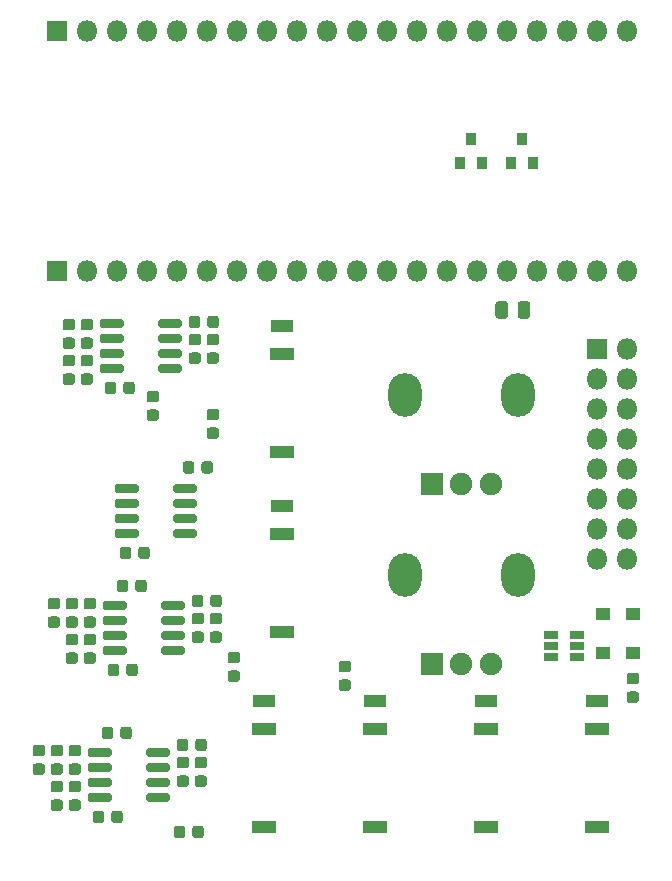
<source format=gbr>
%TF.GenerationSoftware,KiCad,Pcbnew,5.1.6+dfsg1-1*%
%TF.CreationDate,2020-08-05T10:42:46+08:00*%
%TF.ProjectId,stm32dev-analog,73746d33-3264-4657-962d-616e616c6f67,rev?*%
%TF.SameCoordinates,Original*%
%TF.FileFunction,Soldermask,Top*%
%TF.FilePolarity,Negative*%
%FSLAX46Y46*%
G04 Gerber Fmt 4.6, Leading zero omitted, Abs format (unit mm)*
G04 Created by KiCad (PCBNEW 5.1.6+dfsg1-1) date 2020-08-05 10:42:46*
%MOMM*%
%LPD*%
G01*
G04 APERTURE LIST*
%ADD10R,1.300000X1.000000*%
%ADD11R,0.900000X1.000000*%
%ADD12R,2.100000X1.100000*%
%ADD13R,1.900000X1.100000*%
%ADD14O,1.800000X1.800000*%
%ADD15R,1.800000X1.800000*%
%ADD16R,1.160000X0.750000*%
%ADD17R,1.900000X1.900000*%
%ADD18C,1.900000*%
%ADD19O,2.820000X3.700000*%
G04 APERTURE END LIST*
D10*
%TO.C,D2*%
X151638000Y-78360000D03*
X151638000Y-81660000D03*
%TD*%
%TO.C,D1*%
X154178000Y-81660000D03*
X154178000Y-78360000D03*
%TD*%
%TO.C,C13*%
G36*
G01*
X112314000Y-73433250D02*
X112314000Y-72870750D01*
G75*
G02*
X112557750Y-72627000I243750J0D01*
G01*
X113045250Y-72627000D01*
G75*
G02*
X113289000Y-72870750I0J-243750D01*
G01*
X113289000Y-73433250D01*
G75*
G02*
X113045250Y-73677000I-243750J0D01*
G01*
X112557750Y-73677000D01*
G75*
G02*
X112314000Y-73433250I0J243750D01*
G01*
G37*
G36*
G01*
X110739000Y-73433250D02*
X110739000Y-72870750D01*
G75*
G02*
X110982750Y-72627000I243750J0D01*
G01*
X111470250Y-72627000D01*
G75*
G02*
X111714000Y-72870750I0J-243750D01*
G01*
X111714000Y-73433250D01*
G75*
G02*
X111470250Y-73677000I-243750J0D01*
G01*
X110982750Y-73677000D01*
G75*
G02*
X110739000Y-73433250I0J243750D01*
G01*
G37*
%TD*%
D11*
%TO.C,Q2*%
X144780000Y-38116000D03*
X145730000Y-40116000D03*
X143830000Y-40116000D03*
%TD*%
%TO.C,R23*%
G36*
G01*
X130075250Y-83266000D02*
X129512750Y-83266000D01*
G75*
G02*
X129269000Y-83022250I0J243750D01*
G01*
X129269000Y-82534750D01*
G75*
G02*
X129512750Y-82291000I243750J0D01*
G01*
X130075250Y-82291000D01*
G75*
G02*
X130319000Y-82534750I0J-243750D01*
G01*
X130319000Y-83022250D01*
G75*
G02*
X130075250Y-83266000I-243750J0D01*
G01*
G37*
G36*
G01*
X130075250Y-84841000D02*
X129512750Y-84841000D01*
G75*
G02*
X129269000Y-84597250I0J243750D01*
G01*
X129269000Y-84109750D01*
G75*
G02*
X129512750Y-83866000I243750J0D01*
G01*
X130075250Y-83866000D01*
G75*
G02*
X130319000Y-84109750I0J-243750D01*
G01*
X130319000Y-84597250D01*
G75*
G02*
X130075250Y-84841000I-243750J0D01*
G01*
G37*
%TD*%
%TO.C,Q1*%
X140462000Y-38116000D03*
X141412000Y-40116000D03*
X139512000Y-40116000D03*
%TD*%
D12*
%TO.C,J9*%
X132334000Y-96360000D03*
X132334000Y-88060000D03*
D13*
X132334000Y-85725000D03*
%TD*%
%TO.C,C12*%
G36*
G01*
X110028000Y-95785250D02*
X110028000Y-95222750D01*
G75*
G02*
X110271750Y-94979000I243750J0D01*
G01*
X110759250Y-94979000D01*
G75*
G02*
X111003000Y-95222750I0J-243750D01*
G01*
X111003000Y-95785250D01*
G75*
G02*
X110759250Y-96029000I-243750J0D01*
G01*
X110271750Y-96029000D01*
G75*
G02*
X110028000Y-95785250I0J243750D01*
G01*
G37*
G36*
G01*
X108453000Y-95785250D02*
X108453000Y-95222750D01*
G75*
G02*
X108696750Y-94979000I243750J0D01*
G01*
X109184250Y-94979000D01*
G75*
G02*
X109428000Y-95222750I0J-243750D01*
G01*
X109428000Y-95785250D01*
G75*
G02*
X109184250Y-96029000I-243750J0D01*
G01*
X108696750Y-96029000D01*
G75*
G02*
X108453000Y-95785250I0J243750D01*
G01*
G37*
%TD*%
%TO.C,C11*%
G36*
G01*
X117140000Y-89689250D02*
X117140000Y-89126750D01*
G75*
G02*
X117383750Y-88883000I243750J0D01*
G01*
X117871250Y-88883000D01*
G75*
G02*
X118115000Y-89126750I0J-243750D01*
G01*
X118115000Y-89689250D01*
G75*
G02*
X117871250Y-89933000I-243750J0D01*
G01*
X117383750Y-89933000D01*
G75*
G02*
X117140000Y-89689250I0J243750D01*
G01*
G37*
G36*
G01*
X115565000Y-89689250D02*
X115565000Y-89126750D01*
G75*
G02*
X115808750Y-88883000I243750J0D01*
G01*
X116296250Y-88883000D01*
G75*
G02*
X116540000Y-89126750I0J-243750D01*
G01*
X116540000Y-89689250D01*
G75*
G02*
X116296250Y-89933000I-243750J0D01*
G01*
X115808750Y-89933000D01*
G75*
G02*
X115565000Y-89689250I0J243750D01*
G01*
G37*
%TD*%
D14*
%TO.C,J8*%
X153670000Y-73660000D03*
X151130000Y-73660000D03*
X153670000Y-71120000D03*
X151130000Y-71120000D03*
X153670000Y-68580000D03*
X151130000Y-68580000D03*
X153670000Y-66040000D03*
X151130000Y-66040000D03*
X153670000Y-63500000D03*
X151130000Y-63500000D03*
X153670000Y-60960000D03*
X151130000Y-60960000D03*
X153670000Y-58420000D03*
X151130000Y-58420000D03*
X153670000Y-55880000D03*
D15*
X151130000Y-55880000D03*
%TD*%
%TO.C,U2*%
G36*
G01*
X114226000Y-77772000D02*
X114226000Y-77422000D01*
G75*
G02*
X114401000Y-77247000I175000J0D01*
G01*
X116101000Y-77247000D01*
G75*
G02*
X116276000Y-77422000I0J-175000D01*
G01*
X116276000Y-77772000D01*
G75*
G02*
X116101000Y-77947000I-175000J0D01*
G01*
X114401000Y-77947000D01*
G75*
G02*
X114226000Y-77772000I0J175000D01*
G01*
G37*
G36*
G01*
X114226000Y-79042000D02*
X114226000Y-78692000D01*
G75*
G02*
X114401000Y-78517000I175000J0D01*
G01*
X116101000Y-78517000D01*
G75*
G02*
X116276000Y-78692000I0J-175000D01*
G01*
X116276000Y-79042000D01*
G75*
G02*
X116101000Y-79217000I-175000J0D01*
G01*
X114401000Y-79217000D01*
G75*
G02*
X114226000Y-79042000I0J175000D01*
G01*
G37*
G36*
G01*
X114226000Y-80312000D02*
X114226000Y-79962000D01*
G75*
G02*
X114401000Y-79787000I175000J0D01*
G01*
X116101000Y-79787000D01*
G75*
G02*
X116276000Y-79962000I0J-175000D01*
G01*
X116276000Y-80312000D01*
G75*
G02*
X116101000Y-80487000I-175000J0D01*
G01*
X114401000Y-80487000D01*
G75*
G02*
X114226000Y-80312000I0J175000D01*
G01*
G37*
G36*
G01*
X114226000Y-81582000D02*
X114226000Y-81232000D01*
G75*
G02*
X114401000Y-81057000I175000J0D01*
G01*
X116101000Y-81057000D01*
G75*
G02*
X116276000Y-81232000I0J-175000D01*
G01*
X116276000Y-81582000D01*
G75*
G02*
X116101000Y-81757000I-175000J0D01*
G01*
X114401000Y-81757000D01*
G75*
G02*
X114226000Y-81582000I0J175000D01*
G01*
G37*
G36*
G01*
X109276000Y-81582000D02*
X109276000Y-81232000D01*
G75*
G02*
X109451000Y-81057000I175000J0D01*
G01*
X111151000Y-81057000D01*
G75*
G02*
X111326000Y-81232000I0J-175000D01*
G01*
X111326000Y-81582000D01*
G75*
G02*
X111151000Y-81757000I-175000J0D01*
G01*
X109451000Y-81757000D01*
G75*
G02*
X109276000Y-81582000I0J175000D01*
G01*
G37*
G36*
G01*
X109276000Y-80312000D02*
X109276000Y-79962000D01*
G75*
G02*
X109451000Y-79787000I175000J0D01*
G01*
X111151000Y-79787000D01*
G75*
G02*
X111326000Y-79962000I0J-175000D01*
G01*
X111326000Y-80312000D01*
G75*
G02*
X111151000Y-80487000I-175000J0D01*
G01*
X109451000Y-80487000D01*
G75*
G02*
X109276000Y-80312000I0J175000D01*
G01*
G37*
G36*
G01*
X109276000Y-79042000D02*
X109276000Y-78692000D01*
G75*
G02*
X109451000Y-78517000I175000J0D01*
G01*
X111151000Y-78517000D01*
G75*
G02*
X111326000Y-78692000I0J-175000D01*
G01*
X111326000Y-79042000D01*
G75*
G02*
X111151000Y-79217000I-175000J0D01*
G01*
X109451000Y-79217000D01*
G75*
G02*
X109276000Y-79042000I0J175000D01*
G01*
G37*
G36*
G01*
X109276000Y-77772000D02*
X109276000Y-77422000D01*
G75*
G02*
X109451000Y-77247000I175000J0D01*
G01*
X111151000Y-77247000D01*
G75*
G02*
X111326000Y-77422000I0J-175000D01*
G01*
X111326000Y-77772000D01*
G75*
G02*
X111151000Y-77947000I-175000J0D01*
G01*
X109451000Y-77947000D01*
G75*
G02*
X109276000Y-77772000I0J175000D01*
G01*
G37*
%TD*%
D14*
%TO.C,J4*%
X153670000Y-28956000D03*
X151130000Y-28956000D03*
X148590000Y-28956000D03*
X146050000Y-28956000D03*
X143510000Y-28956000D03*
X140970000Y-28956000D03*
X138430000Y-28956000D03*
X135890000Y-28956000D03*
X133350000Y-28956000D03*
X130810000Y-28956000D03*
X128270000Y-28956000D03*
X125730000Y-28956000D03*
X123190000Y-28956000D03*
X120650000Y-28956000D03*
X118110000Y-28956000D03*
X115570000Y-28956000D03*
X113030000Y-28956000D03*
X110490000Y-28956000D03*
X107950000Y-28956000D03*
D15*
X105410000Y-28956000D03*
%TD*%
D14*
%TO.C,J3*%
X153670000Y-49276000D03*
X151130000Y-49276000D03*
X148590000Y-49276000D03*
X146050000Y-49276000D03*
X143510000Y-49276000D03*
X140970000Y-49276000D03*
X138430000Y-49276000D03*
X135890000Y-49276000D03*
X133350000Y-49276000D03*
X130810000Y-49276000D03*
X128270000Y-49276000D03*
X125730000Y-49276000D03*
X123190000Y-49276000D03*
X120650000Y-49276000D03*
X118110000Y-49276000D03*
X115570000Y-49276000D03*
X113030000Y-49276000D03*
X110490000Y-49276000D03*
X107950000Y-49276000D03*
D15*
X105410000Y-49276000D03*
%TD*%
%TO.C,C14*%
G36*
G01*
X117648000Y-66194250D02*
X117648000Y-65631750D01*
G75*
G02*
X117891750Y-65388000I243750J0D01*
G01*
X118379250Y-65388000D01*
G75*
G02*
X118623000Y-65631750I0J-243750D01*
G01*
X118623000Y-66194250D01*
G75*
G02*
X118379250Y-66438000I-243750J0D01*
G01*
X117891750Y-66438000D01*
G75*
G02*
X117648000Y-66194250I0J243750D01*
G01*
G37*
G36*
G01*
X116073000Y-66194250D02*
X116073000Y-65631750D01*
G75*
G02*
X116316750Y-65388000I243750J0D01*
G01*
X116804250Y-65388000D01*
G75*
G02*
X117048000Y-65631750I0J-243750D01*
G01*
X117048000Y-66194250D01*
G75*
G02*
X116804250Y-66438000I-243750J0D01*
G01*
X116316750Y-66438000D01*
G75*
G02*
X116073000Y-66194250I0J243750D01*
G01*
G37*
%TD*%
%TO.C,C10*%
G36*
G01*
X111298000Y-83339250D02*
X111298000Y-82776750D01*
G75*
G02*
X111541750Y-82533000I243750J0D01*
G01*
X112029250Y-82533000D01*
G75*
G02*
X112273000Y-82776750I0J-243750D01*
G01*
X112273000Y-83339250D01*
G75*
G02*
X112029250Y-83583000I-243750J0D01*
G01*
X111541750Y-83583000D01*
G75*
G02*
X111298000Y-83339250I0J243750D01*
G01*
G37*
G36*
G01*
X109723000Y-83339250D02*
X109723000Y-82776750D01*
G75*
G02*
X109966750Y-82533000I243750J0D01*
G01*
X110454250Y-82533000D01*
G75*
G02*
X110698000Y-82776750I0J-243750D01*
G01*
X110698000Y-83339250D01*
G75*
G02*
X110454250Y-83583000I-243750J0D01*
G01*
X109966750Y-83583000D01*
G75*
G02*
X109723000Y-83339250I0J243750D01*
G01*
G37*
%TD*%
%TO.C,C9*%
G36*
G01*
X111044000Y-59463250D02*
X111044000Y-58900750D01*
G75*
G02*
X111287750Y-58657000I243750J0D01*
G01*
X111775250Y-58657000D01*
G75*
G02*
X112019000Y-58900750I0J-243750D01*
G01*
X112019000Y-59463250D01*
G75*
G02*
X111775250Y-59707000I-243750J0D01*
G01*
X111287750Y-59707000D01*
G75*
G02*
X111044000Y-59463250I0J243750D01*
G01*
G37*
G36*
G01*
X109469000Y-59463250D02*
X109469000Y-58900750D01*
G75*
G02*
X109712750Y-58657000I243750J0D01*
G01*
X110200250Y-58657000D01*
G75*
G02*
X110444000Y-58900750I0J-243750D01*
G01*
X110444000Y-59463250D01*
G75*
G02*
X110200250Y-59707000I-243750J0D01*
G01*
X109712750Y-59707000D01*
G75*
G02*
X109469000Y-59463250I0J243750D01*
G01*
G37*
%TD*%
%TO.C,C8*%
G36*
G01*
X118156000Y-53875250D02*
X118156000Y-53312750D01*
G75*
G02*
X118399750Y-53069000I243750J0D01*
G01*
X118887250Y-53069000D01*
G75*
G02*
X119131000Y-53312750I0J-243750D01*
G01*
X119131000Y-53875250D01*
G75*
G02*
X118887250Y-54119000I-243750J0D01*
G01*
X118399750Y-54119000D01*
G75*
G02*
X118156000Y-53875250I0J243750D01*
G01*
G37*
G36*
G01*
X116581000Y-53875250D02*
X116581000Y-53312750D01*
G75*
G02*
X116824750Y-53069000I243750J0D01*
G01*
X117312250Y-53069000D01*
G75*
G02*
X117556000Y-53312750I0J-243750D01*
G01*
X117556000Y-53875250D01*
G75*
G02*
X117312250Y-54119000I-243750J0D01*
G01*
X116824750Y-54119000D01*
G75*
G02*
X116581000Y-53875250I0J243750D01*
G01*
G37*
%TD*%
%TO.C,C7*%
G36*
G01*
X118410000Y-77497250D02*
X118410000Y-76934750D01*
G75*
G02*
X118653750Y-76691000I243750J0D01*
G01*
X119141250Y-76691000D01*
G75*
G02*
X119385000Y-76934750I0J-243750D01*
G01*
X119385000Y-77497250D01*
G75*
G02*
X119141250Y-77741000I-243750J0D01*
G01*
X118653750Y-77741000D01*
G75*
G02*
X118410000Y-77497250I0J243750D01*
G01*
G37*
G36*
G01*
X116835000Y-77497250D02*
X116835000Y-76934750D01*
G75*
G02*
X117078750Y-76691000I243750J0D01*
G01*
X117566250Y-76691000D01*
G75*
G02*
X117810000Y-76934750I0J-243750D01*
G01*
X117810000Y-77497250D01*
G75*
G02*
X117566250Y-77741000I-243750J0D01*
G01*
X117078750Y-77741000D01*
G75*
G02*
X116835000Y-77497250I0J243750D01*
G01*
G37*
%TD*%
%TO.C,U5*%
G36*
G01*
X115242000Y-67866000D02*
X115242000Y-67516000D01*
G75*
G02*
X115417000Y-67341000I175000J0D01*
G01*
X117117000Y-67341000D01*
G75*
G02*
X117292000Y-67516000I0J-175000D01*
G01*
X117292000Y-67866000D01*
G75*
G02*
X117117000Y-68041000I-175000J0D01*
G01*
X115417000Y-68041000D01*
G75*
G02*
X115242000Y-67866000I0J175000D01*
G01*
G37*
G36*
G01*
X115242000Y-69136000D02*
X115242000Y-68786000D01*
G75*
G02*
X115417000Y-68611000I175000J0D01*
G01*
X117117000Y-68611000D01*
G75*
G02*
X117292000Y-68786000I0J-175000D01*
G01*
X117292000Y-69136000D01*
G75*
G02*
X117117000Y-69311000I-175000J0D01*
G01*
X115417000Y-69311000D01*
G75*
G02*
X115242000Y-69136000I0J175000D01*
G01*
G37*
G36*
G01*
X115242000Y-70406000D02*
X115242000Y-70056000D01*
G75*
G02*
X115417000Y-69881000I175000J0D01*
G01*
X117117000Y-69881000D01*
G75*
G02*
X117292000Y-70056000I0J-175000D01*
G01*
X117292000Y-70406000D01*
G75*
G02*
X117117000Y-70581000I-175000J0D01*
G01*
X115417000Y-70581000D01*
G75*
G02*
X115242000Y-70406000I0J175000D01*
G01*
G37*
G36*
G01*
X115242000Y-71676000D02*
X115242000Y-71326000D01*
G75*
G02*
X115417000Y-71151000I175000J0D01*
G01*
X117117000Y-71151000D01*
G75*
G02*
X117292000Y-71326000I0J-175000D01*
G01*
X117292000Y-71676000D01*
G75*
G02*
X117117000Y-71851000I-175000J0D01*
G01*
X115417000Y-71851000D01*
G75*
G02*
X115242000Y-71676000I0J175000D01*
G01*
G37*
G36*
G01*
X110292000Y-71676000D02*
X110292000Y-71326000D01*
G75*
G02*
X110467000Y-71151000I175000J0D01*
G01*
X112167000Y-71151000D01*
G75*
G02*
X112342000Y-71326000I0J-175000D01*
G01*
X112342000Y-71676000D01*
G75*
G02*
X112167000Y-71851000I-175000J0D01*
G01*
X110467000Y-71851000D01*
G75*
G02*
X110292000Y-71676000I0J175000D01*
G01*
G37*
G36*
G01*
X110292000Y-70406000D02*
X110292000Y-70056000D01*
G75*
G02*
X110467000Y-69881000I175000J0D01*
G01*
X112167000Y-69881000D01*
G75*
G02*
X112342000Y-70056000I0J-175000D01*
G01*
X112342000Y-70406000D01*
G75*
G02*
X112167000Y-70581000I-175000J0D01*
G01*
X110467000Y-70581000D01*
G75*
G02*
X110292000Y-70406000I0J175000D01*
G01*
G37*
G36*
G01*
X110292000Y-69136000D02*
X110292000Y-68786000D01*
G75*
G02*
X110467000Y-68611000I175000J0D01*
G01*
X112167000Y-68611000D01*
G75*
G02*
X112342000Y-68786000I0J-175000D01*
G01*
X112342000Y-69136000D01*
G75*
G02*
X112167000Y-69311000I-175000J0D01*
G01*
X110467000Y-69311000D01*
G75*
G02*
X110292000Y-69136000I0J175000D01*
G01*
G37*
G36*
G01*
X110292000Y-67866000D02*
X110292000Y-67516000D01*
G75*
G02*
X110467000Y-67341000I175000J0D01*
G01*
X112167000Y-67341000D01*
G75*
G02*
X112342000Y-67516000I0J-175000D01*
G01*
X112342000Y-67866000D01*
G75*
G02*
X112167000Y-68041000I-175000J0D01*
G01*
X110467000Y-68041000D01*
G75*
G02*
X110292000Y-67866000I0J175000D01*
G01*
G37*
%TD*%
D16*
%TO.C,U4*%
X149436000Y-81026000D03*
X149436000Y-80076000D03*
X149436000Y-81976000D03*
X147236000Y-81976000D03*
X147236000Y-81026000D03*
X147236000Y-80076000D03*
%TD*%
%TO.C,U3*%
G36*
G01*
X112956000Y-90218000D02*
X112956000Y-89868000D01*
G75*
G02*
X113131000Y-89693000I175000J0D01*
G01*
X114831000Y-89693000D01*
G75*
G02*
X115006000Y-89868000I0J-175000D01*
G01*
X115006000Y-90218000D01*
G75*
G02*
X114831000Y-90393000I-175000J0D01*
G01*
X113131000Y-90393000D01*
G75*
G02*
X112956000Y-90218000I0J175000D01*
G01*
G37*
G36*
G01*
X112956000Y-91488000D02*
X112956000Y-91138000D01*
G75*
G02*
X113131000Y-90963000I175000J0D01*
G01*
X114831000Y-90963000D01*
G75*
G02*
X115006000Y-91138000I0J-175000D01*
G01*
X115006000Y-91488000D01*
G75*
G02*
X114831000Y-91663000I-175000J0D01*
G01*
X113131000Y-91663000D01*
G75*
G02*
X112956000Y-91488000I0J175000D01*
G01*
G37*
G36*
G01*
X112956000Y-92758000D02*
X112956000Y-92408000D01*
G75*
G02*
X113131000Y-92233000I175000J0D01*
G01*
X114831000Y-92233000D01*
G75*
G02*
X115006000Y-92408000I0J-175000D01*
G01*
X115006000Y-92758000D01*
G75*
G02*
X114831000Y-92933000I-175000J0D01*
G01*
X113131000Y-92933000D01*
G75*
G02*
X112956000Y-92758000I0J175000D01*
G01*
G37*
G36*
G01*
X112956000Y-94028000D02*
X112956000Y-93678000D01*
G75*
G02*
X113131000Y-93503000I175000J0D01*
G01*
X114831000Y-93503000D01*
G75*
G02*
X115006000Y-93678000I0J-175000D01*
G01*
X115006000Y-94028000D01*
G75*
G02*
X114831000Y-94203000I-175000J0D01*
G01*
X113131000Y-94203000D01*
G75*
G02*
X112956000Y-94028000I0J175000D01*
G01*
G37*
G36*
G01*
X108006000Y-94028000D02*
X108006000Y-93678000D01*
G75*
G02*
X108181000Y-93503000I175000J0D01*
G01*
X109881000Y-93503000D01*
G75*
G02*
X110056000Y-93678000I0J-175000D01*
G01*
X110056000Y-94028000D01*
G75*
G02*
X109881000Y-94203000I-175000J0D01*
G01*
X108181000Y-94203000D01*
G75*
G02*
X108006000Y-94028000I0J175000D01*
G01*
G37*
G36*
G01*
X108006000Y-92758000D02*
X108006000Y-92408000D01*
G75*
G02*
X108181000Y-92233000I175000J0D01*
G01*
X109881000Y-92233000D01*
G75*
G02*
X110056000Y-92408000I0J-175000D01*
G01*
X110056000Y-92758000D01*
G75*
G02*
X109881000Y-92933000I-175000J0D01*
G01*
X108181000Y-92933000D01*
G75*
G02*
X108006000Y-92758000I0J175000D01*
G01*
G37*
G36*
G01*
X108006000Y-91488000D02*
X108006000Y-91138000D01*
G75*
G02*
X108181000Y-90963000I175000J0D01*
G01*
X109881000Y-90963000D01*
G75*
G02*
X110056000Y-91138000I0J-175000D01*
G01*
X110056000Y-91488000D01*
G75*
G02*
X109881000Y-91663000I-175000J0D01*
G01*
X108181000Y-91663000D01*
G75*
G02*
X108006000Y-91488000I0J175000D01*
G01*
G37*
G36*
G01*
X108006000Y-90218000D02*
X108006000Y-89868000D01*
G75*
G02*
X108181000Y-89693000I175000J0D01*
G01*
X109881000Y-89693000D01*
G75*
G02*
X110056000Y-89868000I0J-175000D01*
G01*
X110056000Y-90218000D01*
G75*
G02*
X109881000Y-90393000I-175000J0D01*
G01*
X108181000Y-90393000D01*
G75*
G02*
X108006000Y-90218000I0J175000D01*
G01*
G37*
%TD*%
%TO.C,U1*%
G36*
G01*
X113972000Y-53896000D02*
X113972000Y-53546000D01*
G75*
G02*
X114147000Y-53371000I175000J0D01*
G01*
X115847000Y-53371000D01*
G75*
G02*
X116022000Y-53546000I0J-175000D01*
G01*
X116022000Y-53896000D01*
G75*
G02*
X115847000Y-54071000I-175000J0D01*
G01*
X114147000Y-54071000D01*
G75*
G02*
X113972000Y-53896000I0J175000D01*
G01*
G37*
G36*
G01*
X113972000Y-55166000D02*
X113972000Y-54816000D01*
G75*
G02*
X114147000Y-54641000I175000J0D01*
G01*
X115847000Y-54641000D01*
G75*
G02*
X116022000Y-54816000I0J-175000D01*
G01*
X116022000Y-55166000D01*
G75*
G02*
X115847000Y-55341000I-175000J0D01*
G01*
X114147000Y-55341000D01*
G75*
G02*
X113972000Y-55166000I0J175000D01*
G01*
G37*
G36*
G01*
X113972000Y-56436000D02*
X113972000Y-56086000D01*
G75*
G02*
X114147000Y-55911000I175000J0D01*
G01*
X115847000Y-55911000D01*
G75*
G02*
X116022000Y-56086000I0J-175000D01*
G01*
X116022000Y-56436000D01*
G75*
G02*
X115847000Y-56611000I-175000J0D01*
G01*
X114147000Y-56611000D01*
G75*
G02*
X113972000Y-56436000I0J175000D01*
G01*
G37*
G36*
G01*
X113972000Y-57706000D02*
X113972000Y-57356000D01*
G75*
G02*
X114147000Y-57181000I175000J0D01*
G01*
X115847000Y-57181000D01*
G75*
G02*
X116022000Y-57356000I0J-175000D01*
G01*
X116022000Y-57706000D01*
G75*
G02*
X115847000Y-57881000I-175000J0D01*
G01*
X114147000Y-57881000D01*
G75*
G02*
X113972000Y-57706000I0J175000D01*
G01*
G37*
G36*
G01*
X109022000Y-57706000D02*
X109022000Y-57356000D01*
G75*
G02*
X109197000Y-57181000I175000J0D01*
G01*
X110897000Y-57181000D01*
G75*
G02*
X111072000Y-57356000I0J-175000D01*
G01*
X111072000Y-57706000D01*
G75*
G02*
X110897000Y-57881000I-175000J0D01*
G01*
X109197000Y-57881000D01*
G75*
G02*
X109022000Y-57706000I0J175000D01*
G01*
G37*
G36*
G01*
X109022000Y-56436000D02*
X109022000Y-56086000D01*
G75*
G02*
X109197000Y-55911000I175000J0D01*
G01*
X110897000Y-55911000D01*
G75*
G02*
X111072000Y-56086000I0J-175000D01*
G01*
X111072000Y-56436000D01*
G75*
G02*
X110897000Y-56611000I-175000J0D01*
G01*
X109197000Y-56611000D01*
G75*
G02*
X109022000Y-56436000I0J175000D01*
G01*
G37*
G36*
G01*
X109022000Y-55166000D02*
X109022000Y-54816000D01*
G75*
G02*
X109197000Y-54641000I175000J0D01*
G01*
X110897000Y-54641000D01*
G75*
G02*
X111072000Y-54816000I0J-175000D01*
G01*
X111072000Y-55166000D01*
G75*
G02*
X110897000Y-55341000I-175000J0D01*
G01*
X109197000Y-55341000D01*
G75*
G02*
X109022000Y-55166000I0J175000D01*
G01*
G37*
G36*
G01*
X109022000Y-53896000D02*
X109022000Y-53546000D01*
G75*
G02*
X109197000Y-53371000I175000J0D01*
G01*
X110897000Y-53371000D01*
G75*
G02*
X111072000Y-53546000I0J-175000D01*
G01*
X111072000Y-53896000D01*
G75*
G02*
X110897000Y-54071000I-175000J0D01*
G01*
X109197000Y-54071000D01*
G75*
G02*
X109022000Y-53896000I0J175000D01*
G01*
G37*
%TD*%
D17*
%TO.C,RV2*%
X137160000Y-67310000D03*
D18*
X139660000Y-67310000D03*
X142160000Y-67310000D03*
D19*
X144460000Y-59810000D03*
X134860000Y-59810000D03*
%TD*%
D17*
%TO.C,RV1*%
X137160000Y-82550000D03*
D18*
X139660000Y-82550000D03*
X142160000Y-82550000D03*
D19*
X144460000Y-75050000D03*
X134860000Y-75050000D03*
%TD*%
%TO.C,R22*%
G36*
G01*
X154459250Y-84282000D02*
X153896750Y-84282000D01*
G75*
G02*
X153653000Y-84038250I0J243750D01*
G01*
X153653000Y-83550750D01*
G75*
G02*
X153896750Y-83307000I243750J0D01*
G01*
X154459250Y-83307000D01*
G75*
G02*
X154703000Y-83550750I0J-243750D01*
G01*
X154703000Y-84038250D01*
G75*
G02*
X154459250Y-84282000I-243750J0D01*
G01*
G37*
G36*
G01*
X154459250Y-85857000D02*
X153896750Y-85857000D01*
G75*
G02*
X153653000Y-85613250I0J243750D01*
G01*
X153653000Y-85125750D01*
G75*
G02*
X153896750Y-84882000I243750J0D01*
G01*
X154459250Y-84882000D01*
G75*
G02*
X154703000Y-85125750I0J-243750D01*
G01*
X154703000Y-85613250D01*
G75*
G02*
X154459250Y-85857000I-243750J0D01*
G01*
G37*
%TD*%
%TO.C,R21*%
G36*
G01*
X105128750Y-94026000D02*
X105691250Y-94026000D01*
G75*
G02*
X105935000Y-94269750I0J-243750D01*
G01*
X105935000Y-94757250D01*
G75*
G02*
X105691250Y-95001000I-243750J0D01*
G01*
X105128750Y-95001000D01*
G75*
G02*
X104885000Y-94757250I0J243750D01*
G01*
X104885000Y-94269750D01*
G75*
G02*
X105128750Y-94026000I243750J0D01*
G01*
G37*
G36*
G01*
X105128750Y-92451000D02*
X105691250Y-92451000D01*
G75*
G02*
X105935000Y-92694750I0J-243750D01*
G01*
X105935000Y-93182250D01*
G75*
G02*
X105691250Y-93426000I-243750J0D01*
G01*
X105128750Y-93426000D01*
G75*
G02*
X104885000Y-93182250I0J243750D01*
G01*
X104885000Y-92694750D01*
G75*
G02*
X105128750Y-92451000I243750J0D01*
G01*
G37*
%TD*%
%TO.C,R20*%
G36*
G01*
X116286000Y-96492750D02*
X116286000Y-97055250D01*
G75*
G02*
X116042250Y-97299000I-243750J0D01*
G01*
X115554750Y-97299000D01*
G75*
G02*
X115311000Y-97055250I0J243750D01*
G01*
X115311000Y-96492750D01*
G75*
G02*
X115554750Y-96249000I243750J0D01*
G01*
X116042250Y-96249000D01*
G75*
G02*
X116286000Y-96492750I0J-243750D01*
G01*
G37*
G36*
G01*
X117861000Y-96492750D02*
X117861000Y-97055250D01*
G75*
G02*
X117617250Y-97299000I-243750J0D01*
G01*
X117129750Y-97299000D01*
G75*
G02*
X116886000Y-97055250I0J243750D01*
G01*
X116886000Y-96492750D01*
G75*
G02*
X117129750Y-96249000I243750J0D01*
G01*
X117617250Y-96249000D01*
G75*
G02*
X117861000Y-96492750I0J-243750D01*
G01*
G37*
%TD*%
%TO.C,R19*%
G36*
G01*
X110190000Y-88110750D02*
X110190000Y-88673250D01*
G75*
G02*
X109946250Y-88917000I-243750J0D01*
G01*
X109458750Y-88917000D01*
G75*
G02*
X109215000Y-88673250I0J243750D01*
G01*
X109215000Y-88110750D01*
G75*
G02*
X109458750Y-87867000I243750J0D01*
G01*
X109946250Y-87867000D01*
G75*
G02*
X110190000Y-88110750I0J-243750D01*
G01*
G37*
G36*
G01*
X111765000Y-88110750D02*
X111765000Y-88673250D01*
G75*
G02*
X111521250Y-88917000I-243750J0D01*
G01*
X111033750Y-88917000D01*
G75*
G02*
X110790000Y-88673250I0J243750D01*
G01*
X110790000Y-88110750D01*
G75*
G02*
X111033750Y-87867000I243750J0D01*
G01*
X111521250Y-87867000D01*
G75*
G02*
X111765000Y-88110750I0J-243750D01*
G01*
G37*
%TD*%
%TO.C,R18*%
G36*
G01*
X104167250Y-90378000D02*
X103604750Y-90378000D01*
G75*
G02*
X103361000Y-90134250I0J243750D01*
G01*
X103361000Y-89646750D01*
G75*
G02*
X103604750Y-89403000I243750J0D01*
G01*
X104167250Y-89403000D01*
G75*
G02*
X104411000Y-89646750I0J-243750D01*
G01*
X104411000Y-90134250D01*
G75*
G02*
X104167250Y-90378000I-243750J0D01*
G01*
G37*
G36*
G01*
X104167250Y-91953000D02*
X103604750Y-91953000D01*
G75*
G02*
X103361000Y-91709250I0J243750D01*
G01*
X103361000Y-91221750D01*
G75*
G02*
X103604750Y-90978000I243750J0D01*
G01*
X104167250Y-90978000D01*
G75*
G02*
X104411000Y-91221750I0J-243750D01*
G01*
X104411000Y-91709250D01*
G75*
G02*
X104167250Y-91953000I-243750J0D01*
G01*
G37*
%TD*%
%TO.C,R17*%
G36*
G01*
X117320750Y-91994000D02*
X117883250Y-91994000D01*
G75*
G02*
X118127000Y-92237750I0J-243750D01*
G01*
X118127000Y-92725250D01*
G75*
G02*
X117883250Y-92969000I-243750J0D01*
G01*
X117320750Y-92969000D01*
G75*
G02*
X117077000Y-92725250I0J243750D01*
G01*
X117077000Y-92237750D01*
G75*
G02*
X117320750Y-91994000I243750J0D01*
G01*
G37*
G36*
G01*
X117320750Y-90419000D02*
X117883250Y-90419000D01*
G75*
G02*
X118127000Y-90662750I0J-243750D01*
G01*
X118127000Y-91150250D01*
G75*
G02*
X117883250Y-91394000I-243750J0D01*
G01*
X117320750Y-91394000D01*
G75*
G02*
X117077000Y-91150250I0J243750D01*
G01*
X117077000Y-90662750D01*
G75*
G02*
X117320750Y-90419000I243750J0D01*
G01*
G37*
%TD*%
%TO.C,R16*%
G36*
G01*
X105128750Y-90978000D02*
X105691250Y-90978000D01*
G75*
G02*
X105935000Y-91221750I0J-243750D01*
G01*
X105935000Y-91709250D01*
G75*
G02*
X105691250Y-91953000I-243750J0D01*
G01*
X105128750Y-91953000D01*
G75*
G02*
X104885000Y-91709250I0J243750D01*
G01*
X104885000Y-91221750D01*
G75*
G02*
X105128750Y-90978000I243750J0D01*
G01*
G37*
G36*
G01*
X105128750Y-89403000D02*
X105691250Y-89403000D01*
G75*
G02*
X105935000Y-89646750I0J-243750D01*
G01*
X105935000Y-90134250D01*
G75*
G02*
X105691250Y-90378000I-243750J0D01*
G01*
X105128750Y-90378000D01*
G75*
G02*
X104885000Y-90134250I0J243750D01*
G01*
X104885000Y-89646750D01*
G75*
G02*
X105128750Y-89403000I243750J0D01*
G01*
G37*
%TD*%
%TO.C,R15*%
G36*
G01*
X107215250Y-93426000D02*
X106652750Y-93426000D01*
G75*
G02*
X106409000Y-93182250I0J243750D01*
G01*
X106409000Y-92694750D01*
G75*
G02*
X106652750Y-92451000I243750J0D01*
G01*
X107215250Y-92451000D01*
G75*
G02*
X107459000Y-92694750I0J-243750D01*
G01*
X107459000Y-93182250D01*
G75*
G02*
X107215250Y-93426000I-243750J0D01*
G01*
G37*
G36*
G01*
X107215250Y-95001000D02*
X106652750Y-95001000D01*
G75*
G02*
X106409000Y-94757250I0J243750D01*
G01*
X106409000Y-94269750D01*
G75*
G02*
X106652750Y-94026000I243750J0D01*
G01*
X107215250Y-94026000D01*
G75*
G02*
X107459000Y-94269750I0J-243750D01*
G01*
X107459000Y-94757250D01*
G75*
G02*
X107215250Y-95001000I-243750J0D01*
G01*
G37*
%TD*%
%TO.C,R14*%
G36*
G01*
X143618000Y-52096750D02*
X143618000Y-53059250D01*
G75*
G02*
X143349250Y-53328000I-268750J0D01*
G01*
X142811750Y-53328000D01*
G75*
G02*
X142543000Y-53059250I0J268750D01*
G01*
X142543000Y-52096750D01*
G75*
G02*
X142811750Y-51828000I268750J0D01*
G01*
X143349250Y-51828000D01*
G75*
G02*
X143618000Y-52096750I0J-268750D01*
G01*
G37*
G36*
G01*
X145493000Y-52096750D02*
X145493000Y-53059250D01*
G75*
G02*
X145224250Y-53328000I-268750J0D01*
G01*
X144686750Y-53328000D01*
G75*
G02*
X144418000Y-53059250I0J268750D01*
G01*
X144418000Y-52096750D01*
G75*
G02*
X144686750Y-51828000I268750J0D01*
G01*
X145224250Y-51828000D01*
G75*
G02*
X145493000Y-52096750I0J-268750D01*
G01*
G37*
%TD*%
%TO.C,R13*%
G36*
G01*
X106707250Y-57358000D02*
X106144750Y-57358000D01*
G75*
G02*
X105901000Y-57114250I0J243750D01*
G01*
X105901000Y-56626750D01*
G75*
G02*
X106144750Y-56383000I243750J0D01*
G01*
X106707250Y-56383000D01*
G75*
G02*
X106951000Y-56626750I0J-243750D01*
G01*
X106951000Y-57114250D01*
G75*
G02*
X106707250Y-57358000I-243750J0D01*
G01*
G37*
G36*
G01*
X106707250Y-58933000D02*
X106144750Y-58933000D01*
G75*
G02*
X105901000Y-58689250I0J243750D01*
G01*
X105901000Y-58201750D01*
G75*
G02*
X106144750Y-57958000I243750J0D01*
G01*
X106707250Y-57958000D01*
G75*
G02*
X106951000Y-58201750I0J-243750D01*
G01*
X106951000Y-58689250D01*
G75*
G02*
X106707250Y-58933000I-243750J0D01*
G01*
G37*
%TD*%
%TO.C,R12*%
G36*
G01*
X118336750Y-62530000D02*
X118899250Y-62530000D01*
G75*
G02*
X119143000Y-62773750I0J-243750D01*
G01*
X119143000Y-63261250D01*
G75*
G02*
X118899250Y-63505000I-243750J0D01*
G01*
X118336750Y-63505000D01*
G75*
G02*
X118093000Y-63261250I0J243750D01*
G01*
X118093000Y-62773750D01*
G75*
G02*
X118336750Y-62530000I243750J0D01*
G01*
G37*
G36*
G01*
X118336750Y-60955000D02*
X118899250Y-60955000D01*
G75*
G02*
X119143000Y-61198750I0J-243750D01*
G01*
X119143000Y-61686250D01*
G75*
G02*
X118899250Y-61930000I-243750J0D01*
G01*
X118336750Y-61930000D01*
G75*
G02*
X118093000Y-61686250I0J243750D01*
G01*
X118093000Y-61198750D01*
G75*
G02*
X118336750Y-60955000I243750J0D01*
G01*
G37*
%TD*%
%TO.C,R11*%
G36*
G01*
X118336750Y-56180000D02*
X118899250Y-56180000D01*
G75*
G02*
X119143000Y-56423750I0J-243750D01*
G01*
X119143000Y-56911250D01*
G75*
G02*
X118899250Y-57155000I-243750J0D01*
G01*
X118336750Y-57155000D01*
G75*
G02*
X118093000Y-56911250I0J243750D01*
G01*
X118093000Y-56423750D01*
G75*
G02*
X118336750Y-56180000I243750J0D01*
G01*
G37*
G36*
G01*
X118336750Y-54605000D02*
X118899250Y-54605000D01*
G75*
G02*
X119143000Y-54848750I0J-243750D01*
G01*
X119143000Y-55336250D01*
G75*
G02*
X118899250Y-55580000I-243750J0D01*
G01*
X118336750Y-55580000D01*
G75*
G02*
X118093000Y-55336250I0J243750D01*
G01*
X118093000Y-54848750D01*
G75*
G02*
X118336750Y-54605000I243750J0D01*
G01*
G37*
%TD*%
%TO.C,R10*%
G36*
G01*
X107922750Y-81580000D02*
X108485250Y-81580000D01*
G75*
G02*
X108729000Y-81823750I0J-243750D01*
G01*
X108729000Y-82311250D01*
G75*
G02*
X108485250Y-82555000I-243750J0D01*
G01*
X107922750Y-82555000D01*
G75*
G02*
X107679000Y-82311250I0J243750D01*
G01*
X107679000Y-81823750D01*
G75*
G02*
X107922750Y-81580000I243750J0D01*
G01*
G37*
G36*
G01*
X107922750Y-80005000D02*
X108485250Y-80005000D01*
G75*
G02*
X108729000Y-80248750I0J-243750D01*
G01*
X108729000Y-80736250D01*
G75*
G02*
X108485250Y-80980000I-243750J0D01*
G01*
X107922750Y-80980000D01*
G75*
G02*
X107679000Y-80736250I0J243750D01*
G01*
X107679000Y-80248750D01*
G75*
G02*
X107922750Y-80005000I243750J0D01*
G01*
G37*
%TD*%
%TO.C,R9*%
G36*
G01*
X120677250Y-82504000D02*
X120114750Y-82504000D01*
G75*
G02*
X119871000Y-82260250I0J243750D01*
G01*
X119871000Y-81772750D01*
G75*
G02*
X120114750Y-81529000I243750J0D01*
G01*
X120677250Y-81529000D01*
G75*
G02*
X120921000Y-81772750I0J-243750D01*
G01*
X120921000Y-82260250D01*
G75*
G02*
X120677250Y-82504000I-243750J0D01*
G01*
G37*
G36*
G01*
X120677250Y-84079000D02*
X120114750Y-84079000D01*
G75*
G02*
X119871000Y-83835250I0J243750D01*
G01*
X119871000Y-83347750D01*
G75*
G02*
X120114750Y-83104000I243750J0D01*
G01*
X120677250Y-83104000D01*
G75*
G02*
X120921000Y-83347750I0J-243750D01*
G01*
X120921000Y-83835250D01*
G75*
G02*
X120677250Y-84079000I-243750J0D01*
G01*
G37*
%TD*%
%TO.C,R8*%
G36*
G01*
X111460000Y-75664750D02*
X111460000Y-76227250D01*
G75*
G02*
X111216250Y-76471000I-243750J0D01*
G01*
X110728750Y-76471000D01*
G75*
G02*
X110485000Y-76227250I0J243750D01*
G01*
X110485000Y-75664750D01*
G75*
G02*
X110728750Y-75421000I243750J0D01*
G01*
X111216250Y-75421000D01*
G75*
G02*
X111460000Y-75664750I0J-243750D01*
G01*
G37*
G36*
G01*
X113035000Y-75664750D02*
X113035000Y-76227250D01*
G75*
G02*
X112791250Y-76471000I-243750J0D01*
G01*
X112303750Y-76471000D01*
G75*
G02*
X112060000Y-76227250I0J243750D01*
G01*
X112060000Y-75664750D01*
G75*
G02*
X112303750Y-75421000I243750J0D01*
G01*
X112791250Y-75421000D01*
G75*
G02*
X113035000Y-75664750I0J-243750D01*
G01*
G37*
%TD*%
%TO.C,R7*%
G36*
G01*
X105437250Y-77932000D02*
X104874750Y-77932000D01*
G75*
G02*
X104631000Y-77688250I0J243750D01*
G01*
X104631000Y-77200750D01*
G75*
G02*
X104874750Y-76957000I243750J0D01*
G01*
X105437250Y-76957000D01*
G75*
G02*
X105681000Y-77200750I0J-243750D01*
G01*
X105681000Y-77688250D01*
G75*
G02*
X105437250Y-77932000I-243750J0D01*
G01*
G37*
G36*
G01*
X105437250Y-79507000D02*
X104874750Y-79507000D01*
G75*
G02*
X104631000Y-79263250I0J243750D01*
G01*
X104631000Y-78775750D01*
G75*
G02*
X104874750Y-78532000I243750J0D01*
G01*
X105437250Y-78532000D01*
G75*
G02*
X105681000Y-78775750I0J-243750D01*
G01*
X105681000Y-79263250D01*
G75*
G02*
X105437250Y-79507000I-243750J0D01*
G01*
G37*
%TD*%
%TO.C,R6*%
G36*
G01*
X118590750Y-79802000D02*
X119153250Y-79802000D01*
G75*
G02*
X119397000Y-80045750I0J-243750D01*
G01*
X119397000Y-80533250D01*
G75*
G02*
X119153250Y-80777000I-243750J0D01*
G01*
X118590750Y-80777000D01*
G75*
G02*
X118347000Y-80533250I0J243750D01*
G01*
X118347000Y-80045750D01*
G75*
G02*
X118590750Y-79802000I243750J0D01*
G01*
G37*
G36*
G01*
X118590750Y-78227000D02*
X119153250Y-78227000D01*
G75*
G02*
X119397000Y-78470750I0J-243750D01*
G01*
X119397000Y-78958250D01*
G75*
G02*
X119153250Y-79202000I-243750J0D01*
G01*
X118590750Y-79202000D01*
G75*
G02*
X118347000Y-78958250I0J243750D01*
G01*
X118347000Y-78470750D01*
G75*
G02*
X118590750Y-78227000I243750J0D01*
G01*
G37*
%TD*%
%TO.C,R5*%
G36*
G01*
X113256750Y-61006000D02*
X113819250Y-61006000D01*
G75*
G02*
X114063000Y-61249750I0J-243750D01*
G01*
X114063000Y-61737250D01*
G75*
G02*
X113819250Y-61981000I-243750J0D01*
G01*
X113256750Y-61981000D01*
G75*
G02*
X113013000Y-61737250I0J243750D01*
G01*
X113013000Y-61249750D01*
G75*
G02*
X113256750Y-61006000I243750J0D01*
G01*
G37*
G36*
G01*
X113256750Y-59431000D02*
X113819250Y-59431000D01*
G75*
G02*
X114063000Y-59674750I0J-243750D01*
G01*
X114063000Y-60162250D01*
G75*
G02*
X113819250Y-60406000I-243750J0D01*
G01*
X113256750Y-60406000D01*
G75*
G02*
X113013000Y-60162250I0J243750D01*
G01*
X113013000Y-59674750D01*
G75*
G02*
X113256750Y-59431000I243750J0D01*
G01*
G37*
%TD*%
%TO.C,R4*%
G36*
G01*
X106398750Y-78532000D02*
X106961250Y-78532000D01*
G75*
G02*
X107205000Y-78775750I0J-243750D01*
G01*
X107205000Y-79263250D01*
G75*
G02*
X106961250Y-79507000I-243750J0D01*
G01*
X106398750Y-79507000D01*
G75*
G02*
X106155000Y-79263250I0J243750D01*
G01*
X106155000Y-78775750D01*
G75*
G02*
X106398750Y-78532000I243750J0D01*
G01*
G37*
G36*
G01*
X106398750Y-76957000D02*
X106961250Y-76957000D01*
G75*
G02*
X107205000Y-77200750I0J-243750D01*
G01*
X107205000Y-77688250D01*
G75*
G02*
X106961250Y-77932000I-243750J0D01*
G01*
X106398750Y-77932000D01*
G75*
G02*
X106155000Y-77688250I0J243750D01*
G01*
X106155000Y-77200750D01*
G75*
G02*
X106398750Y-76957000I243750J0D01*
G01*
G37*
%TD*%
%TO.C,R3*%
G36*
G01*
X106961250Y-80980000D02*
X106398750Y-80980000D01*
G75*
G02*
X106155000Y-80736250I0J243750D01*
G01*
X106155000Y-80248750D01*
G75*
G02*
X106398750Y-80005000I243750J0D01*
G01*
X106961250Y-80005000D01*
G75*
G02*
X107205000Y-80248750I0J-243750D01*
G01*
X107205000Y-80736250D01*
G75*
G02*
X106961250Y-80980000I-243750J0D01*
G01*
G37*
G36*
G01*
X106961250Y-82555000D02*
X106398750Y-82555000D01*
G75*
G02*
X106155000Y-82311250I0J243750D01*
G01*
X106155000Y-81823750D01*
G75*
G02*
X106398750Y-81580000I243750J0D01*
G01*
X106961250Y-81580000D01*
G75*
G02*
X107205000Y-81823750I0J-243750D01*
G01*
X107205000Y-82311250D01*
G75*
G02*
X106961250Y-82555000I-243750J0D01*
G01*
G37*
%TD*%
%TO.C,R2*%
G36*
G01*
X106144750Y-54910000D02*
X106707250Y-54910000D01*
G75*
G02*
X106951000Y-55153750I0J-243750D01*
G01*
X106951000Y-55641250D01*
G75*
G02*
X106707250Y-55885000I-243750J0D01*
G01*
X106144750Y-55885000D01*
G75*
G02*
X105901000Y-55641250I0J243750D01*
G01*
X105901000Y-55153750D01*
G75*
G02*
X106144750Y-54910000I243750J0D01*
G01*
G37*
G36*
G01*
X106144750Y-53335000D02*
X106707250Y-53335000D01*
G75*
G02*
X106951000Y-53578750I0J-243750D01*
G01*
X106951000Y-54066250D01*
G75*
G02*
X106707250Y-54310000I-243750J0D01*
G01*
X106144750Y-54310000D01*
G75*
G02*
X105901000Y-54066250I0J243750D01*
G01*
X105901000Y-53578750D01*
G75*
G02*
X106144750Y-53335000I243750J0D01*
G01*
G37*
%TD*%
%TO.C,R1*%
G36*
G01*
X107668750Y-57958000D02*
X108231250Y-57958000D01*
G75*
G02*
X108475000Y-58201750I0J-243750D01*
G01*
X108475000Y-58689250D01*
G75*
G02*
X108231250Y-58933000I-243750J0D01*
G01*
X107668750Y-58933000D01*
G75*
G02*
X107425000Y-58689250I0J243750D01*
G01*
X107425000Y-58201750D01*
G75*
G02*
X107668750Y-57958000I243750J0D01*
G01*
G37*
G36*
G01*
X107668750Y-56383000D02*
X108231250Y-56383000D01*
G75*
G02*
X108475000Y-56626750I0J-243750D01*
G01*
X108475000Y-57114250D01*
G75*
G02*
X108231250Y-57358000I-243750J0D01*
G01*
X107668750Y-57358000D01*
G75*
G02*
X107425000Y-57114250I0J243750D01*
G01*
X107425000Y-56626750D01*
G75*
G02*
X107668750Y-56383000I243750J0D01*
G01*
G37*
%TD*%
D12*
%TO.C,J7*%
X122936000Y-96360000D03*
X122936000Y-88060000D03*
D13*
X122936000Y-85725000D03*
%TD*%
D12*
%TO.C,J6*%
X151130000Y-96360000D03*
X151130000Y-88060000D03*
D13*
X151130000Y-85725000D03*
%TD*%
D12*
%TO.C,J5*%
X124460000Y-79850000D03*
X124460000Y-71550000D03*
D13*
X124460000Y-69215000D03*
%TD*%
D12*
%TO.C,J2*%
X141732000Y-96360000D03*
X141732000Y-88060000D03*
D13*
X141732000Y-85725000D03*
%TD*%
D12*
%TO.C,J1*%
X124460000Y-64610000D03*
X124460000Y-56310000D03*
D13*
X124460000Y-53975000D03*
%TD*%
%TO.C,C6*%
G36*
G01*
X116359250Y-91394000D02*
X115796750Y-91394000D01*
G75*
G02*
X115553000Y-91150250I0J243750D01*
G01*
X115553000Y-90662750D01*
G75*
G02*
X115796750Y-90419000I243750J0D01*
G01*
X116359250Y-90419000D01*
G75*
G02*
X116603000Y-90662750I0J-243750D01*
G01*
X116603000Y-91150250D01*
G75*
G02*
X116359250Y-91394000I-243750J0D01*
G01*
G37*
G36*
G01*
X116359250Y-92969000D02*
X115796750Y-92969000D01*
G75*
G02*
X115553000Y-92725250I0J243750D01*
G01*
X115553000Y-92237750D01*
G75*
G02*
X115796750Y-91994000I243750J0D01*
G01*
X116359250Y-91994000D01*
G75*
G02*
X116603000Y-92237750I0J-243750D01*
G01*
X116603000Y-92725250D01*
G75*
G02*
X116359250Y-92969000I-243750J0D01*
G01*
G37*
%TD*%
%TO.C,C5*%
G36*
G01*
X107215250Y-90378000D02*
X106652750Y-90378000D01*
G75*
G02*
X106409000Y-90134250I0J243750D01*
G01*
X106409000Y-89646750D01*
G75*
G02*
X106652750Y-89403000I243750J0D01*
G01*
X107215250Y-89403000D01*
G75*
G02*
X107459000Y-89646750I0J-243750D01*
G01*
X107459000Y-90134250D01*
G75*
G02*
X107215250Y-90378000I-243750J0D01*
G01*
G37*
G36*
G01*
X107215250Y-91953000D02*
X106652750Y-91953000D01*
G75*
G02*
X106409000Y-91709250I0J243750D01*
G01*
X106409000Y-91221750D01*
G75*
G02*
X106652750Y-90978000I243750J0D01*
G01*
X107215250Y-90978000D01*
G75*
G02*
X107459000Y-91221750I0J-243750D01*
G01*
X107459000Y-91709250D01*
G75*
G02*
X107215250Y-91953000I-243750J0D01*
G01*
G37*
%TD*%
%TO.C,C4*%
G36*
G01*
X117375250Y-55580000D02*
X116812750Y-55580000D01*
G75*
G02*
X116569000Y-55336250I0J243750D01*
G01*
X116569000Y-54848750D01*
G75*
G02*
X116812750Y-54605000I243750J0D01*
G01*
X117375250Y-54605000D01*
G75*
G02*
X117619000Y-54848750I0J-243750D01*
G01*
X117619000Y-55336250D01*
G75*
G02*
X117375250Y-55580000I-243750J0D01*
G01*
G37*
G36*
G01*
X117375250Y-57155000D02*
X116812750Y-57155000D01*
G75*
G02*
X116569000Y-56911250I0J243750D01*
G01*
X116569000Y-56423750D01*
G75*
G02*
X116812750Y-56180000I243750J0D01*
G01*
X117375250Y-56180000D01*
G75*
G02*
X117619000Y-56423750I0J-243750D01*
G01*
X117619000Y-56911250D01*
G75*
G02*
X117375250Y-57155000I-243750J0D01*
G01*
G37*
%TD*%
%TO.C,C3*%
G36*
G01*
X117629250Y-79202000D02*
X117066750Y-79202000D01*
G75*
G02*
X116823000Y-78958250I0J243750D01*
G01*
X116823000Y-78470750D01*
G75*
G02*
X117066750Y-78227000I243750J0D01*
G01*
X117629250Y-78227000D01*
G75*
G02*
X117873000Y-78470750I0J-243750D01*
G01*
X117873000Y-78958250D01*
G75*
G02*
X117629250Y-79202000I-243750J0D01*
G01*
G37*
G36*
G01*
X117629250Y-80777000D02*
X117066750Y-80777000D01*
G75*
G02*
X116823000Y-80533250I0J243750D01*
G01*
X116823000Y-80045750D01*
G75*
G02*
X117066750Y-79802000I243750J0D01*
G01*
X117629250Y-79802000D01*
G75*
G02*
X117873000Y-80045750I0J-243750D01*
G01*
X117873000Y-80533250D01*
G75*
G02*
X117629250Y-80777000I-243750J0D01*
G01*
G37*
%TD*%
%TO.C,C2*%
G36*
G01*
X108485250Y-77932000D02*
X107922750Y-77932000D01*
G75*
G02*
X107679000Y-77688250I0J243750D01*
G01*
X107679000Y-77200750D01*
G75*
G02*
X107922750Y-76957000I243750J0D01*
G01*
X108485250Y-76957000D01*
G75*
G02*
X108729000Y-77200750I0J-243750D01*
G01*
X108729000Y-77688250D01*
G75*
G02*
X108485250Y-77932000I-243750J0D01*
G01*
G37*
G36*
G01*
X108485250Y-79507000D02*
X107922750Y-79507000D01*
G75*
G02*
X107679000Y-79263250I0J243750D01*
G01*
X107679000Y-78775750D01*
G75*
G02*
X107922750Y-78532000I243750J0D01*
G01*
X108485250Y-78532000D01*
G75*
G02*
X108729000Y-78775750I0J-243750D01*
G01*
X108729000Y-79263250D01*
G75*
G02*
X108485250Y-79507000I-243750J0D01*
G01*
G37*
%TD*%
%TO.C,C1*%
G36*
G01*
X108231250Y-54310000D02*
X107668750Y-54310000D01*
G75*
G02*
X107425000Y-54066250I0J243750D01*
G01*
X107425000Y-53578750D01*
G75*
G02*
X107668750Y-53335000I243750J0D01*
G01*
X108231250Y-53335000D01*
G75*
G02*
X108475000Y-53578750I0J-243750D01*
G01*
X108475000Y-54066250D01*
G75*
G02*
X108231250Y-54310000I-243750J0D01*
G01*
G37*
G36*
G01*
X108231250Y-55885000D02*
X107668750Y-55885000D01*
G75*
G02*
X107425000Y-55641250I0J243750D01*
G01*
X107425000Y-55153750D01*
G75*
G02*
X107668750Y-54910000I243750J0D01*
G01*
X108231250Y-54910000D01*
G75*
G02*
X108475000Y-55153750I0J-243750D01*
G01*
X108475000Y-55641250D01*
G75*
G02*
X108231250Y-55885000I-243750J0D01*
G01*
G37*
%TD*%
M02*

</source>
